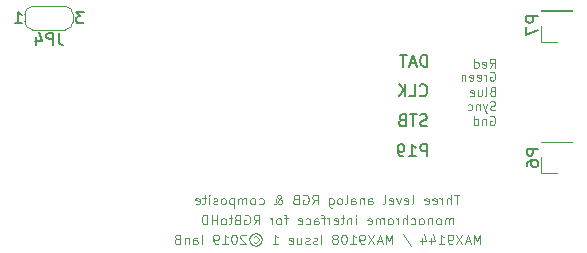
<source format=gbo>
G04 #@! TF.GenerationSoftware,KiCad,Pcbnew,(5.1.4)-1*
G04 #@! TF.CreationDate,2019-11-21T02:33:43+00:00*
G04 #@! TF.ProjectId,analog,616e616c-6f67-42e6-9b69-6361645f7063,rev?*
G04 #@! TF.SameCoordinates,Original*
G04 #@! TF.FileFunction,Legend,Bot*
G04 #@! TF.FilePolarity,Positive*
%FSLAX46Y46*%
G04 Gerber Fmt 4.6, Leading zero omitted, Abs format (unit mm)*
G04 Created by KiCad (PCBNEW (5.1.4)-1) date 2019-11-21 02:33:43*
%MOMM*%
%LPD*%
G04 APERTURE LIST*
%ADD10C,0.120000*%
%ADD11C,0.150000*%
%ADD12C,0.100000*%
G04 APERTURE END LIST*
D10*
X67803447Y-49508464D02*
X67346304Y-49508464D01*
X67574876Y-50308464D02*
X67574876Y-49508464D01*
X67079638Y-50308464D02*
X67079638Y-49508464D01*
X66736780Y-50308464D02*
X66736780Y-49889417D01*
X66774876Y-49813226D01*
X66851066Y-49775131D01*
X66965352Y-49775131D01*
X67041542Y-49813226D01*
X67079638Y-49851321D01*
X66355828Y-50308464D02*
X66355828Y-49775131D01*
X66355828Y-49927512D02*
X66317733Y-49851321D01*
X66279638Y-49813226D01*
X66203447Y-49775131D01*
X66127257Y-49775131D01*
X65555828Y-50270369D02*
X65632019Y-50308464D01*
X65784400Y-50308464D01*
X65860590Y-50270369D01*
X65898685Y-50194179D01*
X65898685Y-49889417D01*
X65860590Y-49813226D01*
X65784400Y-49775131D01*
X65632019Y-49775131D01*
X65555828Y-49813226D01*
X65517733Y-49889417D01*
X65517733Y-49965607D01*
X65898685Y-50041798D01*
X64870114Y-50270369D02*
X64946304Y-50308464D01*
X65098685Y-50308464D01*
X65174876Y-50270369D01*
X65212971Y-50194179D01*
X65212971Y-49889417D01*
X65174876Y-49813226D01*
X65098685Y-49775131D01*
X64946304Y-49775131D01*
X64870114Y-49813226D01*
X64832019Y-49889417D01*
X64832019Y-49965607D01*
X65212971Y-50041798D01*
X63765352Y-50308464D02*
X63841542Y-50270369D01*
X63879638Y-50194179D01*
X63879638Y-49508464D01*
X63155828Y-50270369D02*
X63232019Y-50308464D01*
X63384400Y-50308464D01*
X63460590Y-50270369D01*
X63498685Y-50194179D01*
X63498685Y-49889417D01*
X63460590Y-49813226D01*
X63384400Y-49775131D01*
X63232019Y-49775131D01*
X63155828Y-49813226D01*
X63117733Y-49889417D01*
X63117733Y-49965607D01*
X63498685Y-50041798D01*
X62851066Y-49775131D02*
X62660590Y-50308464D01*
X62470114Y-49775131D01*
X61860590Y-50270369D02*
X61936780Y-50308464D01*
X62089161Y-50308464D01*
X62165352Y-50270369D01*
X62203447Y-50194179D01*
X62203447Y-49889417D01*
X62165352Y-49813226D01*
X62089161Y-49775131D01*
X61936780Y-49775131D01*
X61860590Y-49813226D01*
X61822495Y-49889417D01*
X61822495Y-49965607D01*
X62203447Y-50041798D01*
X61365352Y-50308464D02*
X61441542Y-50270369D01*
X61479638Y-50194179D01*
X61479638Y-49508464D01*
X60108209Y-50308464D02*
X60108209Y-49889417D01*
X60146304Y-49813226D01*
X60222495Y-49775131D01*
X60374876Y-49775131D01*
X60451066Y-49813226D01*
X60108209Y-50270369D02*
X60184400Y-50308464D01*
X60374876Y-50308464D01*
X60451066Y-50270369D01*
X60489161Y-50194179D01*
X60489161Y-50117988D01*
X60451066Y-50041798D01*
X60374876Y-50003702D01*
X60184400Y-50003702D01*
X60108209Y-49965607D01*
X59727257Y-49775131D02*
X59727257Y-50308464D01*
X59727257Y-49851321D02*
X59689161Y-49813226D01*
X59612971Y-49775131D01*
X59498685Y-49775131D01*
X59422495Y-49813226D01*
X59384399Y-49889417D01*
X59384399Y-50308464D01*
X58660590Y-50308464D02*
X58660590Y-49889417D01*
X58698685Y-49813226D01*
X58774876Y-49775131D01*
X58927257Y-49775131D01*
X59003447Y-49813226D01*
X58660590Y-50270369D02*
X58736780Y-50308464D01*
X58927257Y-50308464D01*
X59003447Y-50270369D01*
X59041542Y-50194179D01*
X59041542Y-50117988D01*
X59003447Y-50041798D01*
X58927257Y-50003702D01*
X58736780Y-50003702D01*
X58660590Y-49965607D01*
X58165352Y-50308464D02*
X58241542Y-50270369D01*
X58279638Y-50194179D01*
X58279638Y-49508464D01*
X57746304Y-50308464D02*
X57822495Y-50270369D01*
X57860590Y-50232274D01*
X57898685Y-50156083D01*
X57898685Y-49927512D01*
X57860590Y-49851321D01*
X57822495Y-49813226D01*
X57746304Y-49775131D01*
X57632019Y-49775131D01*
X57555828Y-49813226D01*
X57517733Y-49851321D01*
X57479638Y-49927512D01*
X57479638Y-50156083D01*
X57517733Y-50232274D01*
X57555828Y-50270369D01*
X57632019Y-50308464D01*
X57746304Y-50308464D01*
X56793923Y-49775131D02*
X56793923Y-50422750D01*
X56832019Y-50498940D01*
X56870114Y-50537036D01*
X56946304Y-50575131D01*
X57060590Y-50575131D01*
X57136780Y-50537036D01*
X56793923Y-50270369D02*
X56870114Y-50308464D01*
X57022495Y-50308464D01*
X57098685Y-50270369D01*
X57136780Y-50232274D01*
X57174876Y-50156083D01*
X57174876Y-49927512D01*
X57136780Y-49851321D01*
X57098685Y-49813226D01*
X57022495Y-49775131D01*
X56870114Y-49775131D01*
X56793923Y-49813226D01*
X55346304Y-50308464D02*
X55612971Y-49927512D01*
X55803447Y-50308464D02*
X55803447Y-49508464D01*
X55498685Y-49508464D01*
X55422495Y-49546560D01*
X55384399Y-49584655D01*
X55346304Y-49660845D01*
X55346304Y-49775131D01*
X55384399Y-49851321D01*
X55422495Y-49889417D01*
X55498685Y-49927512D01*
X55803447Y-49927512D01*
X54584399Y-49546560D02*
X54660590Y-49508464D01*
X54774876Y-49508464D01*
X54889161Y-49546560D01*
X54965352Y-49622750D01*
X55003447Y-49698940D01*
X55041542Y-49851321D01*
X55041542Y-49965607D01*
X55003447Y-50117988D01*
X54965352Y-50194179D01*
X54889161Y-50270369D01*
X54774876Y-50308464D01*
X54698685Y-50308464D01*
X54584399Y-50270369D01*
X54546304Y-50232274D01*
X54546304Y-49965607D01*
X54698685Y-49965607D01*
X53936780Y-49889417D02*
X53822495Y-49927512D01*
X53784399Y-49965607D01*
X53746304Y-50041798D01*
X53746304Y-50156083D01*
X53784399Y-50232274D01*
X53822495Y-50270369D01*
X53898685Y-50308464D01*
X54203447Y-50308464D01*
X54203447Y-49508464D01*
X53936780Y-49508464D01*
X53860590Y-49546560D01*
X53822495Y-49584655D01*
X53784399Y-49660845D01*
X53784399Y-49737036D01*
X53822495Y-49813226D01*
X53860590Y-49851321D01*
X53936780Y-49889417D01*
X54203447Y-49889417D01*
X52146304Y-50308464D02*
X52184399Y-50308464D01*
X52260590Y-50270369D01*
X52374876Y-50156083D01*
X52565352Y-49927512D01*
X52641542Y-49813226D01*
X52679638Y-49698940D01*
X52679638Y-49622750D01*
X52641542Y-49546560D01*
X52565352Y-49508464D01*
X52527257Y-49508464D01*
X52451066Y-49546560D01*
X52412971Y-49622750D01*
X52412971Y-49660845D01*
X52451066Y-49737036D01*
X52489161Y-49775131D01*
X52717733Y-49927512D01*
X52755828Y-49965607D01*
X52793923Y-50041798D01*
X52793923Y-50156083D01*
X52755828Y-50232274D01*
X52717733Y-50270369D01*
X52641542Y-50308464D01*
X52527257Y-50308464D01*
X52451066Y-50270369D01*
X52412971Y-50232274D01*
X52298685Y-50079893D01*
X52260590Y-49965607D01*
X52260590Y-49889417D01*
X50851066Y-50270369D02*
X50927257Y-50308464D01*
X51079638Y-50308464D01*
X51155828Y-50270369D01*
X51193923Y-50232274D01*
X51232019Y-50156083D01*
X51232019Y-49927512D01*
X51193923Y-49851321D01*
X51155828Y-49813226D01*
X51079638Y-49775131D01*
X50927257Y-49775131D01*
X50851066Y-49813226D01*
X50393923Y-50308464D02*
X50470114Y-50270369D01*
X50508209Y-50232274D01*
X50546304Y-50156083D01*
X50546304Y-49927512D01*
X50508209Y-49851321D01*
X50470114Y-49813226D01*
X50393923Y-49775131D01*
X50279638Y-49775131D01*
X50203447Y-49813226D01*
X50165352Y-49851321D01*
X50127257Y-49927512D01*
X50127257Y-50156083D01*
X50165352Y-50232274D01*
X50203447Y-50270369D01*
X50279638Y-50308464D01*
X50393923Y-50308464D01*
X49784399Y-50308464D02*
X49784399Y-49775131D01*
X49784399Y-49851321D02*
X49746304Y-49813226D01*
X49670114Y-49775131D01*
X49555828Y-49775131D01*
X49479638Y-49813226D01*
X49441542Y-49889417D01*
X49441542Y-50308464D01*
X49441542Y-49889417D02*
X49403447Y-49813226D01*
X49327257Y-49775131D01*
X49212971Y-49775131D01*
X49136780Y-49813226D01*
X49098685Y-49889417D01*
X49098685Y-50308464D01*
X48717733Y-49775131D02*
X48717733Y-50575131D01*
X48717733Y-49813226D02*
X48641542Y-49775131D01*
X48489161Y-49775131D01*
X48412971Y-49813226D01*
X48374876Y-49851321D01*
X48336780Y-49927512D01*
X48336780Y-50156083D01*
X48374876Y-50232274D01*
X48412971Y-50270369D01*
X48489161Y-50308464D01*
X48641542Y-50308464D01*
X48717733Y-50270369D01*
X47879638Y-50308464D02*
X47955828Y-50270369D01*
X47993923Y-50232274D01*
X48032019Y-50156083D01*
X48032019Y-49927512D01*
X47993923Y-49851321D01*
X47955828Y-49813226D01*
X47879638Y-49775131D01*
X47765352Y-49775131D01*
X47689161Y-49813226D01*
X47651066Y-49851321D01*
X47612971Y-49927512D01*
X47612971Y-50156083D01*
X47651066Y-50232274D01*
X47689161Y-50270369D01*
X47765352Y-50308464D01*
X47879638Y-50308464D01*
X47308209Y-50270369D02*
X47232019Y-50308464D01*
X47079638Y-50308464D01*
X47003447Y-50270369D01*
X46965352Y-50194179D01*
X46965352Y-50156083D01*
X47003447Y-50079893D01*
X47079638Y-50041798D01*
X47193923Y-50041798D01*
X47270114Y-50003702D01*
X47308209Y-49927512D01*
X47308209Y-49889417D01*
X47270114Y-49813226D01*
X47193923Y-49775131D01*
X47079638Y-49775131D01*
X47003447Y-49813226D01*
X46622495Y-50308464D02*
X46622495Y-49775131D01*
X46622495Y-49508464D02*
X46660590Y-49546560D01*
X46622495Y-49584655D01*
X46584399Y-49546560D01*
X46622495Y-49508464D01*
X46622495Y-49584655D01*
X46355828Y-49775131D02*
X46051066Y-49775131D01*
X46241542Y-49508464D02*
X46241542Y-50194179D01*
X46203447Y-50270369D01*
X46127257Y-50308464D01*
X46051066Y-50308464D01*
X45479638Y-50270369D02*
X45555828Y-50308464D01*
X45708209Y-50308464D01*
X45784399Y-50270369D01*
X45822495Y-50194179D01*
X45822495Y-49889417D01*
X45784399Y-49813226D01*
X45708209Y-49775131D01*
X45555828Y-49775131D01*
X45479638Y-49813226D01*
X45441542Y-49889417D01*
X45441542Y-49965607D01*
X45822495Y-50041798D01*
D11*
X65063085Y-46233340D02*
X65063085Y-45233340D01*
X64682133Y-45233340D01*
X64586895Y-45280960D01*
X64539276Y-45328579D01*
X64491657Y-45423817D01*
X64491657Y-45566674D01*
X64539276Y-45661912D01*
X64586895Y-45709531D01*
X64682133Y-45757150D01*
X65063085Y-45757150D01*
X63539276Y-46233340D02*
X64110704Y-46233340D01*
X63824990Y-46233340D02*
X63824990Y-45233340D01*
X63920228Y-45376198D01*
X64015466Y-45471436D01*
X64110704Y-45519055D01*
X63063085Y-46233340D02*
X62872609Y-46233340D01*
X62777371Y-46185721D01*
X62729752Y-46138102D01*
X62634514Y-45995245D01*
X62586895Y-45804769D01*
X62586895Y-45423817D01*
X62634514Y-45328579D01*
X62682133Y-45280960D01*
X62777371Y-45233340D01*
X62967847Y-45233340D01*
X63063085Y-45280960D01*
X63110704Y-45328579D01*
X63158323Y-45423817D01*
X63158323Y-45661912D01*
X63110704Y-45757150D01*
X63063085Y-45804769D01*
X62967847Y-45852388D01*
X62777371Y-45852388D01*
X62682133Y-45804769D01*
X62634514Y-45757150D01*
X62586895Y-45661912D01*
D10*
X69600285Y-53661264D02*
X69600285Y-52861264D01*
X69333619Y-53432693D01*
X69066952Y-52861264D01*
X69066952Y-53661264D01*
X68724095Y-53432693D02*
X68343142Y-53432693D01*
X68800285Y-53661264D02*
X68533619Y-52861264D01*
X68266952Y-53661264D01*
X68076476Y-52861264D02*
X67543142Y-53661264D01*
X67543142Y-52861264D02*
X68076476Y-53661264D01*
X67200285Y-53661264D02*
X67047904Y-53661264D01*
X66971714Y-53623169D01*
X66933619Y-53585074D01*
X66857428Y-53470788D01*
X66819333Y-53318407D01*
X66819333Y-53013645D01*
X66857428Y-52937455D01*
X66895523Y-52899360D01*
X66971714Y-52861264D01*
X67124095Y-52861264D01*
X67200285Y-52899360D01*
X67238380Y-52937455D01*
X67276476Y-53013645D01*
X67276476Y-53204121D01*
X67238380Y-53280312D01*
X67200285Y-53318407D01*
X67124095Y-53356502D01*
X66971714Y-53356502D01*
X66895523Y-53318407D01*
X66857428Y-53280312D01*
X66819333Y-53204121D01*
X66057428Y-53661264D02*
X66514571Y-53661264D01*
X66286000Y-53661264D02*
X66286000Y-52861264D01*
X66362190Y-52975550D01*
X66438380Y-53051740D01*
X66514571Y-53089836D01*
X65371714Y-53127931D02*
X65371714Y-53661264D01*
X65562190Y-52823169D02*
X65752666Y-53394598D01*
X65257428Y-53394598D01*
X64609809Y-53127931D02*
X64609809Y-53661264D01*
X64800285Y-52823169D02*
X64990761Y-53394598D01*
X64495523Y-53394598D01*
X63009809Y-52823169D02*
X63695523Y-53851740D01*
X62133619Y-53661264D02*
X62133619Y-52861264D01*
X61866952Y-53432693D01*
X61600285Y-52861264D01*
X61600285Y-53661264D01*
X61257428Y-53432693D02*
X60876476Y-53432693D01*
X61333619Y-53661264D02*
X61066952Y-52861264D01*
X60800285Y-53661264D01*
X60609809Y-52861264D02*
X60076476Y-53661264D01*
X60076476Y-52861264D02*
X60609809Y-53661264D01*
X59733619Y-53661264D02*
X59581238Y-53661264D01*
X59505047Y-53623169D01*
X59466952Y-53585074D01*
X59390761Y-53470788D01*
X59352666Y-53318407D01*
X59352666Y-53013645D01*
X59390761Y-52937455D01*
X59428857Y-52899360D01*
X59505047Y-52861264D01*
X59657428Y-52861264D01*
X59733619Y-52899360D01*
X59771714Y-52937455D01*
X59809809Y-53013645D01*
X59809809Y-53204121D01*
X59771714Y-53280312D01*
X59733619Y-53318407D01*
X59657428Y-53356502D01*
X59505047Y-53356502D01*
X59428857Y-53318407D01*
X59390761Y-53280312D01*
X59352666Y-53204121D01*
X58590761Y-53661264D02*
X59047904Y-53661264D01*
X58819333Y-53661264D02*
X58819333Y-52861264D01*
X58895523Y-52975550D01*
X58971714Y-53051740D01*
X59047904Y-53089836D01*
X58095523Y-52861264D02*
X58019333Y-52861264D01*
X57943142Y-52899360D01*
X57905047Y-52937455D01*
X57866952Y-53013645D01*
X57828857Y-53166026D01*
X57828857Y-53356502D01*
X57866952Y-53508883D01*
X57905047Y-53585074D01*
X57943142Y-53623169D01*
X58019333Y-53661264D01*
X58095523Y-53661264D01*
X58171714Y-53623169D01*
X58209809Y-53585074D01*
X58247904Y-53508883D01*
X58286000Y-53356502D01*
X58286000Y-53166026D01*
X58247904Y-53013645D01*
X58209809Y-52937455D01*
X58171714Y-52899360D01*
X58095523Y-52861264D01*
X57371714Y-53204121D02*
X57447904Y-53166026D01*
X57486000Y-53127931D01*
X57524095Y-53051740D01*
X57524095Y-53013645D01*
X57486000Y-52937455D01*
X57447904Y-52899360D01*
X57371714Y-52861264D01*
X57219333Y-52861264D01*
X57143142Y-52899360D01*
X57105047Y-52937455D01*
X57066952Y-53013645D01*
X57066952Y-53051740D01*
X57105047Y-53127931D01*
X57143142Y-53166026D01*
X57219333Y-53204121D01*
X57371714Y-53204121D01*
X57447904Y-53242217D01*
X57486000Y-53280312D01*
X57524095Y-53356502D01*
X57524095Y-53508883D01*
X57486000Y-53585074D01*
X57447904Y-53623169D01*
X57371714Y-53661264D01*
X57219333Y-53661264D01*
X57143142Y-53623169D01*
X57105047Y-53585074D01*
X57066952Y-53508883D01*
X57066952Y-53356502D01*
X57105047Y-53280312D01*
X57143142Y-53242217D01*
X57219333Y-53204121D01*
X56114571Y-53661264D02*
X56114571Y-52861264D01*
X55771714Y-53623169D02*
X55695523Y-53661264D01*
X55543142Y-53661264D01*
X55466952Y-53623169D01*
X55428857Y-53546979D01*
X55428857Y-53508883D01*
X55466952Y-53432693D01*
X55543142Y-53394598D01*
X55657428Y-53394598D01*
X55733619Y-53356502D01*
X55771714Y-53280312D01*
X55771714Y-53242217D01*
X55733619Y-53166026D01*
X55657428Y-53127931D01*
X55543142Y-53127931D01*
X55466952Y-53166026D01*
X55124095Y-53623169D02*
X55047904Y-53661264D01*
X54895523Y-53661264D01*
X54819333Y-53623169D01*
X54781238Y-53546979D01*
X54781238Y-53508883D01*
X54819333Y-53432693D01*
X54895523Y-53394598D01*
X55009809Y-53394598D01*
X55086000Y-53356502D01*
X55124095Y-53280312D01*
X55124095Y-53242217D01*
X55086000Y-53166026D01*
X55009809Y-53127931D01*
X54895523Y-53127931D01*
X54819333Y-53166026D01*
X54095523Y-53127931D02*
X54095523Y-53661264D01*
X54438380Y-53127931D02*
X54438380Y-53546979D01*
X54400285Y-53623169D01*
X54324095Y-53661264D01*
X54209809Y-53661264D01*
X54133619Y-53623169D01*
X54095523Y-53585074D01*
X53409809Y-53623169D02*
X53486000Y-53661264D01*
X53638380Y-53661264D01*
X53714571Y-53623169D01*
X53752666Y-53546979D01*
X53752666Y-53242217D01*
X53714571Y-53166026D01*
X53638380Y-53127931D01*
X53486000Y-53127931D01*
X53409809Y-53166026D01*
X53371714Y-53242217D01*
X53371714Y-53318407D01*
X53752666Y-53394598D01*
X52000285Y-53661264D02*
X52457428Y-53661264D01*
X52228857Y-53661264D02*
X52228857Y-52861264D01*
X52305047Y-52975550D01*
X52381238Y-53051740D01*
X52457428Y-53089836D01*
X50400285Y-53051740D02*
X50476476Y-53013645D01*
X50628857Y-53013645D01*
X50705047Y-53051740D01*
X50781238Y-53127931D01*
X50819333Y-53204121D01*
X50819333Y-53356502D01*
X50781238Y-53432693D01*
X50705047Y-53508883D01*
X50628857Y-53546979D01*
X50476476Y-53546979D01*
X50400285Y-53508883D01*
X50552666Y-52746979D02*
X50743142Y-52785074D01*
X50933619Y-52899360D01*
X51047904Y-53089836D01*
X51086000Y-53280312D01*
X51047904Y-53470788D01*
X50933619Y-53661264D01*
X50743142Y-53775550D01*
X50552666Y-53813645D01*
X50362190Y-53775550D01*
X50171714Y-53661264D01*
X50057428Y-53470788D01*
X50019333Y-53280312D01*
X50057428Y-53089836D01*
X50171714Y-52899360D01*
X50362190Y-52785074D01*
X50552666Y-52746979D01*
X49714571Y-52937455D02*
X49676476Y-52899360D01*
X49600285Y-52861264D01*
X49409809Y-52861264D01*
X49333619Y-52899360D01*
X49295523Y-52937455D01*
X49257428Y-53013645D01*
X49257428Y-53089836D01*
X49295523Y-53204121D01*
X49752666Y-53661264D01*
X49257428Y-53661264D01*
X48762190Y-52861264D02*
X48686000Y-52861264D01*
X48609809Y-52899360D01*
X48571714Y-52937455D01*
X48533619Y-53013645D01*
X48495523Y-53166026D01*
X48495523Y-53356502D01*
X48533619Y-53508883D01*
X48571714Y-53585074D01*
X48609809Y-53623169D01*
X48686000Y-53661264D01*
X48762190Y-53661264D01*
X48838380Y-53623169D01*
X48876476Y-53585074D01*
X48914571Y-53508883D01*
X48952666Y-53356502D01*
X48952666Y-53166026D01*
X48914571Y-53013645D01*
X48876476Y-52937455D01*
X48838380Y-52899360D01*
X48762190Y-52861264D01*
X47733619Y-53661264D02*
X48190761Y-53661264D01*
X47962190Y-53661264D02*
X47962190Y-52861264D01*
X48038380Y-52975550D01*
X48114571Y-53051740D01*
X48190761Y-53089836D01*
X47352666Y-53661264D02*
X47200285Y-53661264D01*
X47124095Y-53623169D01*
X47086000Y-53585074D01*
X47009809Y-53470788D01*
X46971714Y-53318407D01*
X46971714Y-53013645D01*
X47009809Y-52937455D01*
X47047904Y-52899360D01*
X47124095Y-52861264D01*
X47276476Y-52861264D01*
X47352666Y-52899360D01*
X47390761Y-52937455D01*
X47428857Y-53013645D01*
X47428857Y-53204121D01*
X47390761Y-53280312D01*
X47352666Y-53318407D01*
X47276476Y-53356502D01*
X47124095Y-53356502D01*
X47047904Y-53318407D01*
X47009809Y-53280312D01*
X46971714Y-53204121D01*
X46019333Y-53661264D02*
X46019333Y-52861264D01*
X45295523Y-53661264D02*
X45295523Y-53242217D01*
X45333619Y-53166026D01*
X45409809Y-53127931D01*
X45562190Y-53127931D01*
X45638380Y-53166026D01*
X45295523Y-53623169D02*
X45371714Y-53661264D01*
X45562190Y-53661264D01*
X45638380Y-53623169D01*
X45676476Y-53546979D01*
X45676476Y-53470788D01*
X45638380Y-53394598D01*
X45562190Y-53356502D01*
X45371714Y-53356502D01*
X45295523Y-53318407D01*
X44914571Y-53127931D02*
X44914571Y-53661264D01*
X44914571Y-53204121D02*
X44876476Y-53166026D01*
X44800285Y-53127931D01*
X44686000Y-53127931D01*
X44609809Y-53166026D01*
X44571714Y-53242217D01*
X44571714Y-53661264D01*
X43924095Y-53242217D02*
X43809809Y-53280312D01*
X43771714Y-53318407D01*
X43733619Y-53394598D01*
X43733619Y-53508883D01*
X43771714Y-53585074D01*
X43809809Y-53623169D01*
X43886000Y-53661264D01*
X44190761Y-53661264D01*
X44190761Y-52861264D01*
X43924095Y-52861264D01*
X43847904Y-52899360D01*
X43809809Y-52937455D01*
X43771714Y-53013645D01*
X43771714Y-53089836D01*
X43809809Y-53166026D01*
X43847904Y-53204121D01*
X43924095Y-53242217D01*
X44190761Y-53242217D01*
D12*
X70426942Y-42865960D02*
X70498371Y-42830245D01*
X70605514Y-42830245D01*
X70712657Y-42865960D01*
X70784085Y-42937388D01*
X70819800Y-43008817D01*
X70855514Y-43151674D01*
X70855514Y-43258817D01*
X70819800Y-43401674D01*
X70784085Y-43473102D01*
X70712657Y-43544531D01*
X70605514Y-43580245D01*
X70534085Y-43580245D01*
X70426942Y-43544531D01*
X70391228Y-43508817D01*
X70391228Y-43258817D01*
X70534085Y-43258817D01*
X70069800Y-43080245D02*
X70069800Y-43580245D01*
X70069800Y-43151674D02*
X70034085Y-43115960D01*
X69962657Y-43080245D01*
X69855514Y-43080245D01*
X69784085Y-43115960D01*
X69748371Y-43187388D01*
X69748371Y-43580245D01*
X69069800Y-43580245D02*
X69069800Y-42830245D01*
X69069800Y-43544531D02*
X69141228Y-43580245D01*
X69284085Y-43580245D01*
X69355514Y-43544531D01*
X69391228Y-43508817D01*
X69426942Y-43437388D01*
X69426942Y-43223102D01*
X69391228Y-43151674D01*
X69355514Y-43115960D01*
X69284085Y-43080245D01*
X69141228Y-43080245D01*
X69069800Y-43115960D01*
X70851514Y-42299931D02*
X70744371Y-42335645D01*
X70565800Y-42335645D01*
X70494371Y-42299931D01*
X70458657Y-42264217D01*
X70422942Y-42192788D01*
X70422942Y-42121360D01*
X70458657Y-42049931D01*
X70494371Y-42014217D01*
X70565800Y-41978502D01*
X70708657Y-41942788D01*
X70780085Y-41907074D01*
X70815800Y-41871360D01*
X70851514Y-41799931D01*
X70851514Y-41728502D01*
X70815800Y-41657074D01*
X70780085Y-41621360D01*
X70708657Y-41585645D01*
X70530085Y-41585645D01*
X70422942Y-41621360D01*
X70172942Y-41835645D02*
X69994371Y-42335645D01*
X69815800Y-41835645D02*
X69994371Y-42335645D01*
X70065800Y-42514217D01*
X70101514Y-42549931D01*
X70172942Y-42585645D01*
X69530085Y-41835645D02*
X69530085Y-42335645D01*
X69530085Y-41907074D02*
X69494371Y-41871360D01*
X69422942Y-41835645D01*
X69315800Y-41835645D01*
X69244371Y-41871360D01*
X69208657Y-41942788D01*
X69208657Y-42335645D01*
X68530085Y-42299931D02*
X68601514Y-42335645D01*
X68744371Y-42335645D01*
X68815800Y-42299931D01*
X68851514Y-42264217D01*
X68887228Y-42192788D01*
X68887228Y-41978502D01*
X68851514Y-41907074D01*
X68815800Y-41871360D01*
X68744371Y-41835645D01*
X68601514Y-41835645D01*
X68530085Y-41871360D01*
X70373371Y-38728845D02*
X70623371Y-38371702D01*
X70801942Y-38728845D02*
X70801942Y-37978845D01*
X70516228Y-37978845D01*
X70444800Y-38014560D01*
X70409085Y-38050274D01*
X70373371Y-38121702D01*
X70373371Y-38228845D01*
X70409085Y-38300274D01*
X70444800Y-38335988D01*
X70516228Y-38371702D01*
X70801942Y-38371702D01*
X69766228Y-38693131D02*
X69837657Y-38728845D01*
X69980514Y-38728845D01*
X70051942Y-38693131D01*
X70087657Y-38621702D01*
X70087657Y-38335988D01*
X70051942Y-38264560D01*
X69980514Y-38228845D01*
X69837657Y-38228845D01*
X69766228Y-38264560D01*
X69730514Y-38335988D01*
X69730514Y-38407417D01*
X70087657Y-38478845D01*
X69087657Y-38728845D02*
X69087657Y-37978845D01*
X69087657Y-38693131D02*
X69159085Y-38728845D01*
X69301942Y-38728845D01*
X69373371Y-38693131D01*
X69409085Y-38657417D01*
X69444800Y-38585988D01*
X69444800Y-38371702D01*
X69409085Y-38300274D01*
X69373371Y-38264560D01*
X69301942Y-38228845D01*
X69159085Y-38228845D01*
X69087657Y-38264560D01*
X70429257Y-39132160D02*
X70500685Y-39096445D01*
X70607828Y-39096445D01*
X70714971Y-39132160D01*
X70786400Y-39203588D01*
X70822114Y-39275017D01*
X70857828Y-39417874D01*
X70857828Y-39525017D01*
X70822114Y-39667874D01*
X70786400Y-39739302D01*
X70714971Y-39810731D01*
X70607828Y-39846445D01*
X70536400Y-39846445D01*
X70429257Y-39810731D01*
X70393542Y-39775017D01*
X70393542Y-39525017D01*
X70536400Y-39525017D01*
X70072114Y-39846445D02*
X70072114Y-39346445D01*
X70072114Y-39489302D02*
X70036400Y-39417874D01*
X70000685Y-39382160D01*
X69929257Y-39346445D01*
X69857828Y-39346445D01*
X69322114Y-39810731D02*
X69393542Y-39846445D01*
X69536400Y-39846445D01*
X69607828Y-39810731D01*
X69643542Y-39739302D01*
X69643542Y-39453588D01*
X69607828Y-39382160D01*
X69536400Y-39346445D01*
X69393542Y-39346445D01*
X69322114Y-39382160D01*
X69286400Y-39453588D01*
X69286400Y-39525017D01*
X69643542Y-39596445D01*
X68679257Y-39810731D02*
X68750685Y-39846445D01*
X68893542Y-39846445D01*
X68964971Y-39810731D01*
X69000685Y-39739302D01*
X69000685Y-39453588D01*
X68964971Y-39382160D01*
X68893542Y-39346445D01*
X68750685Y-39346445D01*
X68679257Y-39382160D01*
X68643542Y-39453588D01*
X68643542Y-39525017D01*
X69000685Y-39596445D01*
X68322114Y-39346445D02*
X68322114Y-39846445D01*
X68322114Y-39417874D02*
X68286400Y-39382160D01*
X68214971Y-39346445D01*
X68107828Y-39346445D01*
X68036400Y-39382160D01*
X68000685Y-39453588D01*
X68000685Y-39846445D01*
X70595971Y-40748988D02*
X70488828Y-40784702D01*
X70453114Y-40820417D01*
X70417400Y-40891845D01*
X70417400Y-40998988D01*
X70453114Y-41070417D01*
X70488828Y-41106131D01*
X70560257Y-41141845D01*
X70845971Y-41141845D01*
X70845971Y-40391845D01*
X70595971Y-40391845D01*
X70524542Y-40427560D01*
X70488828Y-40463274D01*
X70453114Y-40534702D01*
X70453114Y-40606131D01*
X70488828Y-40677560D01*
X70524542Y-40713274D01*
X70595971Y-40748988D01*
X70845971Y-40748988D01*
X69988828Y-41141845D02*
X70060257Y-41106131D01*
X70095971Y-41034702D01*
X70095971Y-40391845D01*
X69381685Y-40641845D02*
X69381685Y-41141845D01*
X69703114Y-40641845D02*
X69703114Y-41034702D01*
X69667400Y-41106131D01*
X69595971Y-41141845D01*
X69488828Y-41141845D01*
X69417400Y-41106131D01*
X69381685Y-41070417D01*
X68738828Y-41106131D02*
X68810257Y-41141845D01*
X68953114Y-41141845D01*
X69024542Y-41106131D01*
X69060257Y-41034702D01*
X69060257Y-40748988D01*
X69024542Y-40677560D01*
X68953114Y-40641845D01*
X68810257Y-40641845D01*
X68738828Y-40677560D01*
X68703114Y-40748988D01*
X68703114Y-40820417D01*
X69060257Y-40891845D01*
D11*
X65066266Y-43645721D02*
X64923409Y-43693340D01*
X64685314Y-43693340D01*
X64590076Y-43645721D01*
X64542457Y-43598102D01*
X64494838Y-43502864D01*
X64494838Y-43407626D01*
X64542457Y-43312388D01*
X64590076Y-43264769D01*
X64685314Y-43217150D01*
X64875790Y-43169531D01*
X64971028Y-43121912D01*
X65018647Y-43074293D01*
X65066266Y-42979055D01*
X65066266Y-42883817D01*
X65018647Y-42788579D01*
X64971028Y-42740960D01*
X64875790Y-42693340D01*
X64637695Y-42693340D01*
X64494838Y-42740960D01*
X64209123Y-42693340D02*
X63637695Y-42693340D01*
X63923409Y-43693340D02*
X63923409Y-42693340D01*
X62971028Y-43169531D02*
X62828171Y-43217150D01*
X62780552Y-43264769D01*
X62732933Y-43360007D01*
X62732933Y-43502864D01*
X62780552Y-43598102D01*
X62828171Y-43645721D01*
X62923409Y-43693340D01*
X63304361Y-43693340D01*
X63304361Y-42693340D01*
X62971028Y-42693340D01*
X62875790Y-42740960D01*
X62828171Y-42788579D01*
X62780552Y-42883817D01*
X62780552Y-42979055D01*
X62828171Y-43074293D01*
X62875790Y-43121912D01*
X62971028Y-43169531D01*
X63304361Y-43169531D01*
X64469438Y-41058102D02*
X64517057Y-41105721D01*
X64659914Y-41153340D01*
X64755152Y-41153340D01*
X64898009Y-41105721D01*
X64993247Y-41010483D01*
X65040866Y-40915245D01*
X65088485Y-40724769D01*
X65088485Y-40581912D01*
X65040866Y-40391436D01*
X64993247Y-40296198D01*
X64898009Y-40200960D01*
X64755152Y-40153340D01*
X64659914Y-40153340D01*
X64517057Y-40200960D01*
X64469438Y-40248579D01*
X63564676Y-41153340D02*
X64040866Y-41153340D01*
X64040866Y-40153340D01*
X63231342Y-41153340D02*
X63231342Y-40153340D01*
X62659914Y-41153340D02*
X63088485Y-40581912D01*
X62659914Y-40153340D02*
X63231342Y-40724769D01*
X65072628Y-38638740D02*
X65072628Y-37638740D01*
X64834533Y-37638740D01*
X64691676Y-37686360D01*
X64596438Y-37781598D01*
X64548819Y-37876836D01*
X64501200Y-38067312D01*
X64501200Y-38210169D01*
X64548819Y-38400645D01*
X64596438Y-38495883D01*
X64691676Y-38591121D01*
X64834533Y-38638740D01*
X65072628Y-38638740D01*
X64120247Y-38353026D02*
X63644057Y-38353026D01*
X64215485Y-38638740D02*
X63882152Y-37638740D01*
X63548819Y-38638740D01*
X63358342Y-37638740D02*
X62786914Y-37638740D01*
X63072628Y-38638740D02*
X63072628Y-37638740D01*
D10*
X67289171Y-52010264D02*
X67289171Y-51476931D01*
X67289171Y-51553121D02*
X67251076Y-51515026D01*
X67174885Y-51476931D01*
X67060600Y-51476931D01*
X66984409Y-51515026D01*
X66946314Y-51591217D01*
X66946314Y-52010264D01*
X66946314Y-51591217D02*
X66908219Y-51515026D01*
X66832028Y-51476931D01*
X66717742Y-51476931D01*
X66641552Y-51515026D01*
X66603457Y-51591217D01*
X66603457Y-52010264D01*
X66108219Y-52010264D02*
X66184409Y-51972169D01*
X66222504Y-51934074D01*
X66260600Y-51857883D01*
X66260600Y-51629312D01*
X66222504Y-51553121D01*
X66184409Y-51515026D01*
X66108219Y-51476931D01*
X65993933Y-51476931D01*
X65917742Y-51515026D01*
X65879647Y-51553121D01*
X65841552Y-51629312D01*
X65841552Y-51857883D01*
X65879647Y-51934074D01*
X65917742Y-51972169D01*
X65993933Y-52010264D01*
X66108219Y-52010264D01*
X65498695Y-51476931D02*
X65498695Y-52010264D01*
X65498695Y-51553121D02*
X65460600Y-51515026D01*
X65384409Y-51476931D01*
X65270123Y-51476931D01*
X65193933Y-51515026D01*
X65155838Y-51591217D01*
X65155838Y-52010264D01*
X64660600Y-52010264D02*
X64736790Y-51972169D01*
X64774885Y-51934074D01*
X64812980Y-51857883D01*
X64812980Y-51629312D01*
X64774885Y-51553121D01*
X64736790Y-51515026D01*
X64660600Y-51476931D01*
X64546314Y-51476931D01*
X64470123Y-51515026D01*
X64432028Y-51553121D01*
X64393933Y-51629312D01*
X64393933Y-51857883D01*
X64432028Y-51934074D01*
X64470123Y-51972169D01*
X64546314Y-52010264D01*
X64660600Y-52010264D01*
X63708219Y-51972169D02*
X63784409Y-52010264D01*
X63936790Y-52010264D01*
X64012980Y-51972169D01*
X64051076Y-51934074D01*
X64089171Y-51857883D01*
X64089171Y-51629312D01*
X64051076Y-51553121D01*
X64012980Y-51515026D01*
X63936790Y-51476931D01*
X63784409Y-51476931D01*
X63708219Y-51515026D01*
X63365361Y-52010264D02*
X63365361Y-51210264D01*
X63022504Y-52010264D02*
X63022504Y-51591217D01*
X63060600Y-51515026D01*
X63136790Y-51476931D01*
X63251076Y-51476931D01*
X63327266Y-51515026D01*
X63365361Y-51553121D01*
X62641552Y-52010264D02*
X62641552Y-51476931D01*
X62641552Y-51629312D02*
X62603457Y-51553121D01*
X62565361Y-51515026D01*
X62489171Y-51476931D01*
X62412980Y-51476931D01*
X62032028Y-52010264D02*
X62108219Y-51972169D01*
X62146314Y-51934074D01*
X62184409Y-51857883D01*
X62184409Y-51629312D01*
X62146314Y-51553121D01*
X62108219Y-51515026D01*
X62032028Y-51476931D01*
X61917742Y-51476931D01*
X61841552Y-51515026D01*
X61803457Y-51553121D01*
X61765361Y-51629312D01*
X61765361Y-51857883D01*
X61803457Y-51934074D01*
X61841552Y-51972169D01*
X61917742Y-52010264D01*
X62032028Y-52010264D01*
X61422504Y-52010264D02*
X61422504Y-51476931D01*
X61422504Y-51553121D02*
X61384409Y-51515026D01*
X61308219Y-51476931D01*
X61193933Y-51476931D01*
X61117742Y-51515026D01*
X61079647Y-51591217D01*
X61079647Y-52010264D01*
X61079647Y-51591217D02*
X61041552Y-51515026D01*
X60965361Y-51476931D01*
X60851076Y-51476931D01*
X60774885Y-51515026D01*
X60736790Y-51591217D01*
X60736790Y-52010264D01*
X60051076Y-51972169D02*
X60127266Y-52010264D01*
X60279647Y-52010264D01*
X60355838Y-51972169D01*
X60393933Y-51895979D01*
X60393933Y-51591217D01*
X60355838Y-51515026D01*
X60279647Y-51476931D01*
X60127266Y-51476931D01*
X60051076Y-51515026D01*
X60012980Y-51591217D01*
X60012980Y-51667407D01*
X60393933Y-51743598D01*
X59060600Y-52010264D02*
X59060600Y-51476931D01*
X59060600Y-51210264D02*
X59098695Y-51248360D01*
X59060600Y-51286455D01*
X59022504Y-51248360D01*
X59060600Y-51210264D01*
X59060600Y-51286455D01*
X58679647Y-51476931D02*
X58679647Y-52010264D01*
X58679647Y-51553121D02*
X58641552Y-51515026D01*
X58565361Y-51476931D01*
X58451076Y-51476931D01*
X58374885Y-51515026D01*
X58336790Y-51591217D01*
X58336790Y-52010264D01*
X58070123Y-51476931D02*
X57765361Y-51476931D01*
X57955838Y-51210264D02*
X57955838Y-51895979D01*
X57917742Y-51972169D01*
X57841552Y-52010264D01*
X57765361Y-52010264D01*
X57193933Y-51972169D02*
X57270123Y-52010264D01*
X57422504Y-52010264D01*
X57498695Y-51972169D01*
X57536790Y-51895979D01*
X57536790Y-51591217D01*
X57498695Y-51515026D01*
X57422504Y-51476931D01*
X57270123Y-51476931D01*
X57193933Y-51515026D01*
X57155838Y-51591217D01*
X57155838Y-51667407D01*
X57536790Y-51743598D01*
X56812980Y-52010264D02*
X56812980Y-51476931D01*
X56812980Y-51629312D02*
X56774885Y-51553121D01*
X56736790Y-51515026D01*
X56660600Y-51476931D01*
X56584409Y-51476931D01*
X56432028Y-51476931D02*
X56127266Y-51476931D01*
X56317742Y-52010264D02*
X56317742Y-51324550D01*
X56279647Y-51248360D01*
X56203457Y-51210264D01*
X56127266Y-51210264D01*
X55517742Y-52010264D02*
X55517742Y-51591217D01*
X55555838Y-51515026D01*
X55632028Y-51476931D01*
X55784409Y-51476931D01*
X55860600Y-51515026D01*
X55517742Y-51972169D02*
X55593933Y-52010264D01*
X55784409Y-52010264D01*
X55860600Y-51972169D01*
X55898695Y-51895979D01*
X55898695Y-51819788D01*
X55860600Y-51743598D01*
X55784409Y-51705502D01*
X55593933Y-51705502D01*
X55517742Y-51667407D01*
X54793933Y-51972169D02*
X54870123Y-52010264D01*
X55022504Y-52010264D01*
X55098695Y-51972169D01*
X55136790Y-51934074D01*
X55174885Y-51857883D01*
X55174885Y-51629312D01*
X55136790Y-51553121D01*
X55098695Y-51515026D01*
X55022504Y-51476931D01*
X54870123Y-51476931D01*
X54793933Y-51515026D01*
X54146314Y-51972169D02*
X54222504Y-52010264D01*
X54374885Y-52010264D01*
X54451076Y-51972169D01*
X54489171Y-51895979D01*
X54489171Y-51591217D01*
X54451076Y-51515026D01*
X54374885Y-51476931D01*
X54222504Y-51476931D01*
X54146314Y-51515026D01*
X54108219Y-51591217D01*
X54108219Y-51667407D01*
X54489171Y-51743598D01*
X53270123Y-51476931D02*
X52965361Y-51476931D01*
X53155838Y-52010264D02*
X53155838Y-51324550D01*
X53117742Y-51248360D01*
X53041552Y-51210264D01*
X52965361Y-51210264D01*
X52584409Y-52010264D02*
X52660600Y-51972169D01*
X52698695Y-51934074D01*
X52736790Y-51857883D01*
X52736790Y-51629312D01*
X52698695Y-51553121D01*
X52660600Y-51515026D01*
X52584409Y-51476931D01*
X52470123Y-51476931D01*
X52393933Y-51515026D01*
X52355838Y-51553121D01*
X52317742Y-51629312D01*
X52317742Y-51857883D01*
X52355838Y-51934074D01*
X52393933Y-51972169D01*
X52470123Y-52010264D01*
X52584409Y-52010264D01*
X51974885Y-52010264D02*
X51974885Y-51476931D01*
X51974885Y-51629312D02*
X51936790Y-51553121D01*
X51898695Y-51515026D01*
X51822504Y-51476931D01*
X51746314Y-51476931D01*
X50412980Y-52010264D02*
X50679647Y-51629312D01*
X50870123Y-52010264D02*
X50870123Y-51210264D01*
X50565361Y-51210264D01*
X50489171Y-51248360D01*
X50451076Y-51286455D01*
X50412980Y-51362645D01*
X50412980Y-51476931D01*
X50451076Y-51553121D01*
X50489171Y-51591217D01*
X50565361Y-51629312D01*
X50870123Y-51629312D01*
X49651076Y-51248360D02*
X49727266Y-51210264D01*
X49841552Y-51210264D01*
X49955838Y-51248360D01*
X50032028Y-51324550D01*
X50070123Y-51400740D01*
X50108219Y-51553121D01*
X50108219Y-51667407D01*
X50070123Y-51819788D01*
X50032028Y-51895979D01*
X49955838Y-51972169D01*
X49841552Y-52010264D01*
X49765361Y-52010264D01*
X49651076Y-51972169D01*
X49612980Y-51934074D01*
X49612980Y-51667407D01*
X49765361Y-51667407D01*
X49003457Y-51591217D02*
X48889171Y-51629312D01*
X48851076Y-51667407D01*
X48812980Y-51743598D01*
X48812980Y-51857883D01*
X48851076Y-51934074D01*
X48889171Y-51972169D01*
X48965361Y-52010264D01*
X49270123Y-52010264D01*
X49270123Y-51210264D01*
X49003457Y-51210264D01*
X48927266Y-51248360D01*
X48889171Y-51286455D01*
X48851076Y-51362645D01*
X48851076Y-51438836D01*
X48889171Y-51515026D01*
X48927266Y-51553121D01*
X49003457Y-51591217D01*
X49270123Y-51591217D01*
X48584409Y-51476931D02*
X48279647Y-51476931D01*
X48470123Y-51210264D02*
X48470123Y-51895979D01*
X48432028Y-51972169D01*
X48355838Y-52010264D01*
X48279647Y-52010264D01*
X47898695Y-52010264D02*
X47974885Y-51972169D01*
X48012980Y-51934074D01*
X48051076Y-51857883D01*
X48051076Y-51629312D01*
X48012980Y-51553121D01*
X47974885Y-51515026D01*
X47898695Y-51476931D01*
X47784409Y-51476931D01*
X47708219Y-51515026D01*
X47670123Y-51553121D01*
X47632028Y-51629312D01*
X47632028Y-51857883D01*
X47670123Y-51934074D01*
X47708219Y-51972169D01*
X47784409Y-52010264D01*
X47898695Y-52010264D01*
X47289171Y-52010264D02*
X47289171Y-51210264D01*
X47289171Y-51591217D02*
X46832028Y-51591217D01*
X46832028Y-52010264D02*
X46832028Y-51210264D01*
X46451076Y-52010264D02*
X46451076Y-51210264D01*
X46260600Y-51210264D01*
X46146314Y-51248360D01*
X46070123Y-51324550D01*
X46032028Y-51400740D01*
X45993933Y-51553121D01*
X45993933Y-51667407D01*
X46032028Y-51819788D01*
X46070123Y-51895979D01*
X46146314Y-51972169D01*
X46260600Y-52010264D01*
X46451076Y-52010264D01*
X74710800Y-44984360D02*
X77370800Y-44984360D01*
X74710800Y-45044360D02*
X74710800Y-44984360D01*
X77370800Y-45044360D02*
X77370800Y-44984360D01*
X74710800Y-45044360D02*
X77370800Y-45044360D01*
X74710800Y-46314360D02*
X74710800Y-47644360D01*
X74710800Y-47644360D02*
X76040800Y-47644360D01*
X74710800Y-33859160D02*
X77370800Y-33859160D01*
X74710800Y-33919160D02*
X74710800Y-33859160D01*
X77370800Y-33919160D02*
X77370800Y-33859160D01*
X74710800Y-33919160D02*
X77370800Y-33919160D01*
X74710800Y-35189160D02*
X74710800Y-36519160D01*
X74710800Y-36519160D02*
X76040800Y-36519160D01*
X31014000Y-34228760D02*
X31014000Y-34828760D01*
X34464000Y-33528760D02*
X31664000Y-33528760D01*
X35114000Y-34828760D02*
X35114000Y-34228760D01*
X31664000Y-35528760D02*
X34464000Y-35528760D01*
X34414000Y-35528760D02*
G75*
G03X35114000Y-34828760I0J700000D01*
G01*
X35114000Y-34228760D02*
G75*
G03X34414000Y-33528760I-700000J0D01*
G01*
X31714000Y-33528760D02*
G75*
G03X31014000Y-34228760I0J-700000D01*
G01*
X31014000Y-34828760D02*
G75*
G03X31714000Y-35528760I700000J0D01*
G01*
D11*
X74511980Y-45601664D02*
X73511980Y-45601664D01*
X73511980Y-45982617D01*
X73559600Y-46077855D01*
X73607219Y-46125474D01*
X73702457Y-46173093D01*
X73845314Y-46173093D01*
X73940552Y-46125474D01*
X73988171Y-46077855D01*
X74035790Y-45982617D01*
X74035790Y-45601664D01*
X73511980Y-47030236D02*
X73511980Y-46839760D01*
X73559600Y-46744521D01*
X73607219Y-46696902D01*
X73750076Y-46601664D01*
X73940552Y-46554045D01*
X74321504Y-46554045D01*
X74416742Y-46601664D01*
X74464361Y-46649283D01*
X74511980Y-46744521D01*
X74511980Y-46934998D01*
X74464361Y-47030236D01*
X74416742Y-47077855D01*
X74321504Y-47125474D01*
X74083409Y-47125474D01*
X73988171Y-47077855D01*
X73940552Y-47030236D01*
X73892933Y-46934998D01*
X73892933Y-46744521D01*
X73940552Y-46649283D01*
X73988171Y-46601664D01*
X74083409Y-46554045D01*
X74486580Y-34374864D02*
X73486580Y-34374864D01*
X73486580Y-34755817D01*
X73534200Y-34851055D01*
X73581819Y-34898674D01*
X73677057Y-34946293D01*
X73819914Y-34946293D01*
X73915152Y-34898674D01*
X73962771Y-34851055D01*
X74010390Y-34755817D01*
X74010390Y-34374864D01*
X73486580Y-35279626D02*
X73486580Y-35946293D01*
X74486580Y-35517721D01*
X33897333Y-35781140D02*
X33897333Y-36495426D01*
X33944952Y-36638283D01*
X34040190Y-36733521D01*
X34183047Y-36781140D01*
X34278285Y-36781140D01*
X33421142Y-36781140D02*
X33421142Y-35781140D01*
X33040190Y-35781140D01*
X32944952Y-35828760D01*
X32897333Y-35876379D01*
X32849714Y-35971617D01*
X32849714Y-36114474D01*
X32897333Y-36209712D01*
X32944952Y-36257331D01*
X33040190Y-36304950D01*
X33421142Y-36304950D01*
X31992571Y-36114474D02*
X31992571Y-36781140D01*
X32230666Y-35733521D02*
X32468761Y-36447807D01*
X31849714Y-36447807D01*
X35997333Y-33981140D02*
X35378285Y-33981140D01*
X35711619Y-34362093D01*
X35568761Y-34362093D01*
X35473523Y-34409712D01*
X35425904Y-34457331D01*
X35378285Y-34552569D01*
X35378285Y-34790664D01*
X35425904Y-34885902D01*
X35473523Y-34933521D01*
X35568761Y-34981140D01*
X35854476Y-34981140D01*
X35949714Y-34933521D01*
X35997333Y-34885902D01*
X30178285Y-34981140D02*
X30749714Y-34981140D01*
X30464000Y-34981140D02*
X30464000Y-33981140D01*
X30559238Y-34123998D01*
X30654476Y-34219236D01*
X30749714Y-34266855D01*
M02*

</source>
